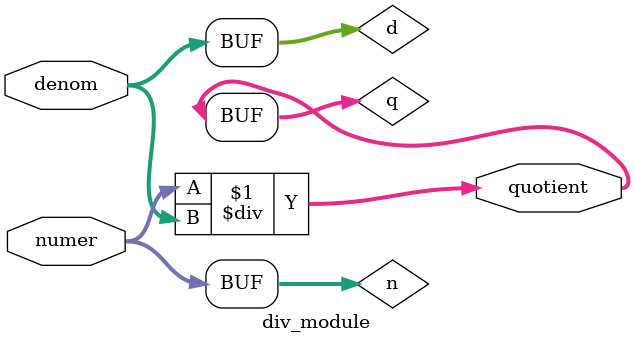
<source format=v>

module div_module
(
input  [15:0]denom ,
input  [36:0]numer ,
output [36:0]quotient
);

wire signed [15:0]d = denom;
wire signed [36:0]n = numer;
wire signed [36:0]q;
assign q = n / d;
assign quotient = q;

endmodule

</source>
